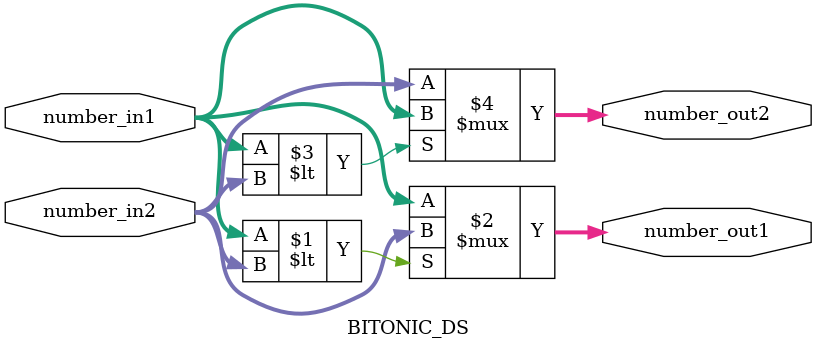
<source format=v>
module BITONIC_DS(number_in1, number_in2, number_out1, number_out2);
input  [7:0] number_in1;
input  [7:0] number_in2;
output [7:0] number_out1;
output [7:0] number_out2;

assign number_out1 = (number_in1 < number_in2)? number_in2:number_in1;
assign number_out2 = (number_in1 < number_in2)? number_in1:number_in2;

endmodule
</source>
